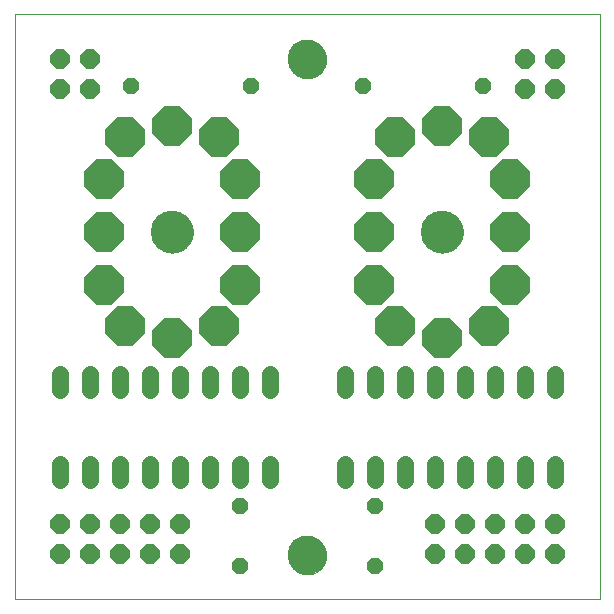
<source format=gbs>
G75*
%MOIN*%
%OFA0B0*%
%FSLAX25Y25*%
%IPPOS*%
%LPD*%
%AMOC8*
5,1,8,0,0,1.08239X$1,22.5*
%
%ADD10C,0.00000*%
%ADD11C,0.12998*%
%ADD12OC8,0.13061*%
%ADD13C,0.14180*%
%ADD14OC8,0.05600*%
%ADD15C,0.05600*%
%ADD16OC8,0.06400*%
D10*
X0001800Y0001800D02*
X0001800Y0196800D01*
X0196800Y0196800D01*
X0196800Y0001800D01*
X0001800Y0001800D01*
X0093001Y0016446D02*
X0093003Y0016604D01*
X0093009Y0016762D01*
X0093019Y0016920D01*
X0093033Y0017078D01*
X0093051Y0017235D01*
X0093072Y0017392D01*
X0093098Y0017548D01*
X0093128Y0017704D01*
X0093161Y0017859D01*
X0093199Y0018012D01*
X0093240Y0018165D01*
X0093285Y0018317D01*
X0093334Y0018468D01*
X0093387Y0018617D01*
X0093443Y0018765D01*
X0093503Y0018911D01*
X0093567Y0019056D01*
X0093635Y0019199D01*
X0093706Y0019341D01*
X0093780Y0019481D01*
X0093858Y0019618D01*
X0093940Y0019754D01*
X0094024Y0019888D01*
X0094113Y0020019D01*
X0094204Y0020148D01*
X0094299Y0020275D01*
X0094396Y0020400D01*
X0094497Y0020522D01*
X0094601Y0020641D01*
X0094708Y0020758D01*
X0094818Y0020872D01*
X0094931Y0020983D01*
X0095046Y0021092D01*
X0095164Y0021197D01*
X0095285Y0021299D01*
X0095408Y0021399D01*
X0095534Y0021495D01*
X0095662Y0021588D01*
X0095792Y0021678D01*
X0095925Y0021764D01*
X0096060Y0021848D01*
X0096196Y0021927D01*
X0096335Y0022004D01*
X0096476Y0022076D01*
X0096618Y0022146D01*
X0096762Y0022211D01*
X0096908Y0022273D01*
X0097055Y0022331D01*
X0097204Y0022386D01*
X0097354Y0022437D01*
X0097505Y0022484D01*
X0097657Y0022527D01*
X0097810Y0022566D01*
X0097965Y0022602D01*
X0098120Y0022633D01*
X0098276Y0022661D01*
X0098432Y0022685D01*
X0098589Y0022705D01*
X0098747Y0022721D01*
X0098904Y0022733D01*
X0099063Y0022741D01*
X0099221Y0022745D01*
X0099379Y0022745D01*
X0099537Y0022741D01*
X0099696Y0022733D01*
X0099853Y0022721D01*
X0100011Y0022705D01*
X0100168Y0022685D01*
X0100324Y0022661D01*
X0100480Y0022633D01*
X0100635Y0022602D01*
X0100790Y0022566D01*
X0100943Y0022527D01*
X0101095Y0022484D01*
X0101246Y0022437D01*
X0101396Y0022386D01*
X0101545Y0022331D01*
X0101692Y0022273D01*
X0101838Y0022211D01*
X0101982Y0022146D01*
X0102124Y0022076D01*
X0102265Y0022004D01*
X0102404Y0021927D01*
X0102540Y0021848D01*
X0102675Y0021764D01*
X0102808Y0021678D01*
X0102938Y0021588D01*
X0103066Y0021495D01*
X0103192Y0021399D01*
X0103315Y0021299D01*
X0103436Y0021197D01*
X0103554Y0021092D01*
X0103669Y0020983D01*
X0103782Y0020872D01*
X0103892Y0020758D01*
X0103999Y0020641D01*
X0104103Y0020522D01*
X0104204Y0020400D01*
X0104301Y0020275D01*
X0104396Y0020148D01*
X0104487Y0020019D01*
X0104576Y0019888D01*
X0104660Y0019754D01*
X0104742Y0019618D01*
X0104820Y0019481D01*
X0104894Y0019341D01*
X0104965Y0019199D01*
X0105033Y0019056D01*
X0105097Y0018911D01*
X0105157Y0018765D01*
X0105213Y0018617D01*
X0105266Y0018468D01*
X0105315Y0018317D01*
X0105360Y0018165D01*
X0105401Y0018012D01*
X0105439Y0017859D01*
X0105472Y0017704D01*
X0105502Y0017548D01*
X0105528Y0017392D01*
X0105549Y0017235D01*
X0105567Y0017078D01*
X0105581Y0016920D01*
X0105591Y0016762D01*
X0105597Y0016604D01*
X0105599Y0016446D01*
X0105597Y0016288D01*
X0105591Y0016130D01*
X0105581Y0015972D01*
X0105567Y0015814D01*
X0105549Y0015657D01*
X0105528Y0015500D01*
X0105502Y0015344D01*
X0105472Y0015188D01*
X0105439Y0015033D01*
X0105401Y0014880D01*
X0105360Y0014727D01*
X0105315Y0014575D01*
X0105266Y0014424D01*
X0105213Y0014275D01*
X0105157Y0014127D01*
X0105097Y0013981D01*
X0105033Y0013836D01*
X0104965Y0013693D01*
X0104894Y0013551D01*
X0104820Y0013411D01*
X0104742Y0013274D01*
X0104660Y0013138D01*
X0104576Y0013004D01*
X0104487Y0012873D01*
X0104396Y0012744D01*
X0104301Y0012617D01*
X0104204Y0012492D01*
X0104103Y0012370D01*
X0103999Y0012251D01*
X0103892Y0012134D01*
X0103782Y0012020D01*
X0103669Y0011909D01*
X0103554Y0011800D01*
X0103436Y0011695D01*
X0103315Y0011593D01*
X0103192Y0011493D01*
X0103066Y0011397D01*
X0102938Y0011304D01*
X0102808Y0011214D01*
X0102675Y0011128D01*
X0102540Y0011044D01*
X0102404Y0010965D01*
X0102265Y0010888D01*
X0102124Y0010816D01*
X0101982Y0010746D01*
X0101838Y0010681D01*
X0101692Y0010619D01*
X0101545Y0010561D01*
X0101396Y0010506D01*
X0101246Y0010455D01*
X0101095Y0010408D01*
X0100943Y0010365D01*
X0100790Y0010326D01*
X0100635Y0010290D01*
X0100480Y0010259D01*
X0100324Y0010231D01*
X0100168Y0010207D01*
X0100011Y0010187D01*
X0099853Y0010171D01*
X0099696Y0010159D01*
X0099537Y0010151D01*
X0099379Y0010147D01*
X0099221Y0010147D01*
X0099063Y0010151D01*
X0098904Y0010159D01*
X0098747Y0010171D01*
X0098589Y0010187D01*
X0098432Y0010207D01*
X0098276Y0010231D01*
X0098120Y0010259D01*
X0097965Y0010290D01*
X0097810Y0010326D01*
X0097657Y0010365D01*
X0097505Y0010408D01*
X0097354Y0010455D01*
X0097204Y0010506D01*
X0097055Y0010561D01*
X0096908Y0010619D01*
X0096762Y0010681D01*
X0096618Y0010746D01*
X0096476Y0010816D01*
X0096335Y0010888D01*
X0096196Y0010965D01*
X0096060Y0011044D01*
X0095925Y0011128D01*
X0095792Y0011214D01*
X0095662Y0011304D01*
X0095534Y0011397D01*
X0095408Y0011493D01*
X0095285Y0011593D01*
X0095164Y0011695D01*
X0095046Y0011800D01*
X0094931Y0011909D01*
X0094818Y0012020D01*
X0094708Y0012134D01*
X0094601Y0012251D01*
X0094497Y0012370D01*
X0094396Y0012492D01*
X0094299Y0012617D01*
X0094204Y0012744D01*
X0094113Y0012873D01*
X0094024Y0013004D01*
X0093940Y0013138D01*
X0093858Y0013274D01*
X0093780Y0013411D01*
X0093706Y0013551D01*
X0093635Y0013693D01*
X0093567Y0013836D01*
X0093503Y0013981D01*
X0093443Y0014127D01*
X0093387Y0014275D01*
X0093334Y0014424D01*
X0093285Y0014575D01*
X0093240Y0014727D01*
X0093199Y0014880D01*
X0093161Y0015033D01*
X0093128Y0015188D01*
X0093098Y0015344D01*
X0093072Y0015500D01*
X0093051Y0015657D01*
X0093033Y0015814D01*
X0093019Y0015972D01*
X0093009Y0016130D01*
X0093003Y0016288D01*
X0093001Y0016446D01*
X0047410Y0124300D02*
X0047412Y0124469D01*
X0047418Y0124638D01*
X0047429Y0124807D01*
X0047443Y0124975D01*
X0047462Y0125143D01*
X0047485Y0125311D01*
X0047511Y0125478D01*
X0047542Y0125644D01*
X0047577Y0125810D01*
X0047616Y0125974D01*
X0047660Y0126138D01*
X0047707Y0126300D01*
X0047758Y0126461D01*
X0047813Y0126621D01*
X0047872Y0126780D01*
X0047934Y0126937D01*
X0048001Y0127092D01*
X0048072Y0127246D01*
X0048146Y0127398D01*
X0048224Y0127548D01*
X0048305Y0127696D01*
X0048390Y0127842D01*
X0048479Y0127986D01*
X0048571Y0128128D01*
X0048667Y0128267D01*
X0048766Y0128404D01*
X0048868Y0128539D01*
X0048974Y0128671D01*
X0049083Y0128800D01*
X0049195Y0128927D01*
X0049310Y0129051D01*
X0049428Y0129172D01*
X0049549Y0129290D01*
X0049673Y0129405D01*
X0049800Y0129517D01*
X0049929Y0129626D01*
X0050061Y0129732D01*
X0050196Y0129834D01*
X0050333Y0129933D01*
X0050472Y0130029D01*
X0050614Y0130121D01*
X0050758Y0130210D01*
X0050904Y0130295D01*
X0051052Y0130376D01*
X0051202Y0130454D01*
X0051354Y0130528D01*
X0051508Y0130599D01*
X0051663Y0130666D01*
X0051820Y0130728D01*
X0051979Y0130787D01*
X0052139Y0130842D01*
X0052300Y0130893D01*
X0052462Y0130940D01*
X0052626Y0130984D01*
X0052790Y0131023D01*
X0052956Y0131058D01*
X0053122Y0131089D01*
X0053289Y0131115D01*
X0053457Y0131138D01*
X0053625Y0131157D01*
X0053793Y0131171D01*
X0053962Y0131182D01*
X0054131Y0131188D01*
X0054300Y0131190D01*
X0054469Y0131188D01*
X0054638Y0131182D01*
X0054807Y0131171D01*
X0054975Y0131157D01*
X0055143Y0131138D01*
X0055311Y0131115D01*
X0055478Y0131089D01*
X0055644Y0131058D01*
X0055810Y0131023D01*
X0055974Y0130984D01*
X0056138Y0130940D01*
X0056300Y0130893D01*
X0056461Y0130842D01*
X0056621Y0130787D01*
X0056780Y0130728D01*
X0056937Y0130666D01*
X0057092Y0130599D01*
X0057246Y0130528D01*
X0057398Y0130454D01*
X0057548Y0130376D01*
X0057696Y0130295D01*
X0057842Y0130210D01*
X0057986Y0130121D01*
X0058128Y0130029D01*
X0058267Y0129933D01*
X0058404Y0129834D01*
X0058539Y0129732D01*
X0058671Y0129626D01*
X0058800Y0129517D01*
X0058927Y0129405D01*
X0059051Y0129290D01*
X0059172Y0129172D01*
X0059290Y0129051D01*
X0059405Y0128927D01*
X0059517Y0128800D01*
X0059626Y0128671D01*
X0059732Y0128539D01*
X0059834Y0128404D01*
X0059933Y0128267D01*
X0060029Y0128128D01*
X0060121Y0127986D01*
X0060210Y0127842D01*
X0060295Y0127696D01*
X0060376Y0127548D01*
X0060454Y0127398D01*
X0060528Y0127246D01*
X0060599Y0127092D01*
X0060666Y0126937D01*
X0060728Y0126780D01*
X0060787Y0126621D01*
X0060842Y0126461D01*
X0060893Y0126300D01*
X0060940Y0126138D01*
X0060984Y0125974D01*
X0061023Y0125810D01*
X0061058Y0125644D01*
X0061089Y0125478D01*
X0061115Y0125311D01*
X0061138Y0125143D01*
X0061157Y0124975D01*
X0061171Y0124807D01*
X0061182Y0124638D01*
X0061188Y0124469D01*
X0061190Y0124300D01*
X0061188Y0124131D01*
X0061182Y0123962D01*
X0061171Y0123793D01*
X0061157Y0123625D01*
X0061138Y0123457D01*
X0061115Y0123289D01*
X0061089Y0123122D01*
X0061058Y0122956D01*
X0061023Y0122790D01*
X0060984Y0122626D01*
X0060940Y0122462D01*
X0060893Y0122300D01*
X0060842Y0122139D01*
X0060787Y0121979D01*
X0060728Y0121820D01*
X0060666Y0121663D01*
X0060599Y0121508D01*
X0060528Y0121354D01*
X0060454Y0121202D01*
X0060376Y0121052D01*
X0060295Y0120904D01*
X0060210Y0120758D01*
X0060121Y0120614D01*
X0060029Y0120472D01*
X0059933Y0120333D01*
X0059834Y0120196D01*
X0059732Y0120061D01*
X0059626Y0119929D01*
X0059517Y0119800D01*
X0059405Y0119673D01*
X0059290Y0119549D01*
X0059172Y0119428D01*
X0059051Y0119310D01*
X0058927Y0119195D01*
X0058800Y0119083D01*
X0058671Y0118974D01*
X0058539Y0118868D01*
X0058404Y0118766D01*
X0058267Y0118667D01*
X0058128Y0118571D01*
X0057986Y0118479D01*
X0057842Y0118390D01*
X0057696Y0118305D01*
X0057548Y0118224D01*
X0057398Y0118146D01*
X0057246Y0118072D01*
X0057092Y0118001D01*
X0056937Y0117934D01*
X0056780Y0117872D01*
X0056621Y0117813D01*
X0056461Y0117758D01*
X0056300Y0117707D01*
X0056138Y0117660D01*
X0055974Y0117616D01*
X0055810Y0117577D01*
X0055644Y0117542D01*
X0055478Y0117511D01*
X0055311Y0117485D01*
X0055143Y0117462D01*
X0054975Y0117443D01*
X0054807Y0117429D01*
X0054638Y0117418D01*
X0054469Y0117412D01*
X0054300Y0117410D01*
X0054131Y0117412D01*
X0053962Y0117418D01*
X0053793Y0117429D01*
X0053625Y0117443D01*
X0053457Y0117462D01*
X0053289Y0117485D01*
X0053122Y0117511D01*
X0052956Y0117542D01*
X0052790Y0117577D01*
X0052626Y0117616D01*
X0052462Y0117660D01*
X0052300Y0117707D01*
X0052139Y0117758D01*
X0051979Y0117813D01*
X0051820Y0117872D01*
X0051663Y0117934D01*
X0051508Y0118001D01*
X0051354Y0118072D01*
X0051202Y0118146D01*
X0051052Y0118224D01*
X0050904Y0118305D01*
X0050758Y0118390D01*
X0050614Y0118479D01*
X0050472Y0118571D01*
X0050333Y0118667D01*
X0050196Y0118766D01*
X0050061Y0118868D01*
X0049929Y0118974D01*
X0049800Y0119083D01*
X0049673Y0119195D01*
X0049549Y0119310D01*
X0049428Y0119428D01*
X0049310Y0119549D01*
X0049195Y0119673D01*
X0049083Y0119800D01*
X0048974Y0119929D01*
X0048868Y0120061D01*
X0048766Y0120196D01*
X0048667Y0120333D01*
X0048571Y0120472D01*
X0048479Y0120614D01*
X0048390Y0120758D01*
X0048305Y0120904D01*
X0048224Y0121052D01*
X0048146Y0121202D01*
X0048072Y0121354D01*
X0048001Y0121508D01*
X0047934Y0121663D01*
X0047872Y0121820D01*
X0047813Y0121979D01*
X0047758Y0122139D01*
X0047707Y0122300D01*
X0047660Y0122462D01*
X0047616Y0122626D01*
X0047577Y0122790D01*
X0047542Y0122956D01*
X0047511Y0123122D01*
X0047485Y0123289D01*
X0047462Y0123457D01*
X0047443Y0123625D01*
X0047429Y0123793D01*
X0047418Y0123962D01*
X0047412Y0124131D01*
X0047410Y0124300D01*
X0093001Y0181800D02*
X0093003Y0181958D01*
X0093009Y0182116D01*
X0093019Y0182274D01*
X0093033Y0182432D01*
X0093051Y0182589D01*
X0093072Y0182746D01*
X0093098Y0182902D01*
X0093128Y0183058D01*
X0093161Y0183213D01*
X0093199Y0183366D01*
X0093240Y0183519D01*
X0093285Y0183671D01*
X0093334Y0183822D01*
X0093387Y0183971D01*
X0093443Y0184119D01*
X0093503Y0184265D01*
X0093567Y0184410D01*
X0093635Y0184553D01*
X0093706Y0184695D01*
X0093780Y0184835D01*
X0093858Y0184972D01*
X0093940Y0185108D01*
X0094024Y0185242D01*
X0094113Y0185373D01*
X0094204Y0185502D01*
X0094299Y0185629D01*
X0094396Y0185754D01*
X0094497Y0185876D01*
X0094601Y0185995D01*
X0094708Y0186112D01*
X0094818Y0186226D01*
X0094931Y0186337D01*
X0095046Y0186446D01*
X0095164Y0186551D01*
X0095285Y0186653D01*
X0095408Y0186753D01*
X0095534Y0186849D01*
X0095662Y0186942D01*
X0095792Y0187032D01*
X0095925Y0187118D01*
X0096060Y0187202D01*
X0096196Y0187281D01*
X0096335Y0187358D01*
X0096476Y0187430D01*
X0096618Y0187500D01*
X0096762Y0187565D01*
X0096908Y0187627D01*
X0097055Y0187685D01*
X0097204Y0187740D01*
X0097354Y0187791D01*
X0097505Y0187838D01*
X0097657Y0187881D01*
X0097810Y0187920D01*
X0097965Y0187956D01*
X0098120Y0187987D01*
X0098276Y0188015D01*
X0098432Y0188039D01*
X0098589Y0188059D01*
X0098747Y0188075D01*
X0098904Y0188087D01*
X0099063Y0188095D01*
X0099221Y0188099D01*
X0099379Y0188099D01*
X0099537Y0188095D01*
X0099696Y0188087D01*
X0099853Y0188075D01*
X0100011Y0188059D01*
X0100168Y0188039D01*
X0100324Y0188015D01*
X0100480Y0187987D01*
X0100635Y0187956D01*
X0100790Y0187920D01*
X0100943Y0187881D01*
X0101095Y0187838D01*
X0101246Y0187791D01*
X0101396Y0187740D01*
X0101545Y0187685D01*
X0101692Y0187627D01*
X0101838Y0187565D01*
X0101982Y0187500D01*
X0102124Y0187430D01*
X0102265Y0187358D01*
X0102404Y0187281D01*
X0102540Y0187202D01*
X0102675Y0187118D01*
X0102808Y0187032D01*
X0102938Y0186942D01*
X0103066Y0186849D01*
X0103192Y0186753D01*
X0103315Y0186653D01*
X0103436Y0186551D01*
X0103554Y0186446D01*
X0103669Y0186337D01*
X0103782Y0186226D01*
X0103892Y0186112D01*
X0103999Y0185995D01*
X0104103Y0185876D01*
X0104204Y0185754D01*
X0104301Y0185629D01*
X0104396Y0185502D01*
X0104487Y0185373D01*
X0104576Y0185242D01*
X0104660Y0185108D01*
X0104742Y0184972D01*
X0104820Y0184835D01*
X0104894Y0184695D01*
X0104965Y0184553D01*
X0105033Y0184410D01*
X0105097Y0184265D01*
X0105157Y0184119D01*
X0105213Y0183971D01*
X0105266Y0183822D01*
X0105315Y0183671D01*
X0105360Y0183519D01*
X0105401Y0183366D01*
X0105439Y0183213D01*
X0105472Y0183058D01*
X0105502Y0182902D01*
X0105528Y0182746D01*
X0105549Y0182589D01*
X0105567Y0182432D01*
X0105581Y0182274D01*
X0105591Y0182116D01*
X0105597Y0181958D01*
X0105599Y0181800D01*
X0105597Y0181642D01*
X0105591Y0181484D01*
X0105581Y0181326D01*
X0105567Y0181168D01*
X0105549Y0181011D01*
X0105528Y0180854D01*
X0105502Y0180698D01*
X0105472Y0180542D01*
X0105439Y0180387D01*
X0105401Y0180234D01*
X0105360Y0180081D01*
X0105315Y0179929D01*
X0105266Y0179778D01*
X0105213Y0179629D01*
X0105157Y0179481D01*
X0105097Y0179335D01*
X0105033Y0179190D01*
X0104965Y0179047D01*
X0104894Y0178905D01*
X0104820Y0178765D01*
X0104742Y0178628D01*
X0104660Y0178492D01*
X0104576Y0178358D01*
X0104487Y0178227D01*
X0104396Y0178098D01*
X0104301Y0177971D01*
X0104204Y0177846D01*
X0104103Y0177724D01*
X0103999Y0177605D01*
X0103892Y0177488D01*
X0103782Y0177374D01*
X0103669Y0177263D01*
X0103554Y0177154D01*
X0103436Y0177049D01*
X0103315Y0176947D01*
X0103192Y0176847D01*
X0103066Y0176751D01*
X0102938Y0176658D01*
X0102808Y0176568D01*
X0102675Y0176482D01*
X0102540Y0176398D01*
X0102404Y0176319D01*
X0102265Y0176242D01*
X0102124Y0176170D01*
X0101982Y0176100D01*
X0101838Y0176035D01*
X0101692Y0175973D01*
X0101545Y0175915D01*
X0101396Y0175860D01*
X0101246Y0175809D01*
X0101095Y0175762D01*
X0100943Y0175719D01*
X0100790Y0175680D01*
X0100635Y0175644D01*
X0100480Y0175613D01*
X0100324Y0175585D01*
X0100168Y0175561D01*
X0100011Y0175541D01*
X0099853Y0175525D01*
X0099696Y0175513D01*
X0099537Y0175505D01*
X0099379Y0175501D01*
X0099221Y0175501D01*
X0099063Y0175505D01*
X0098904Y0175513D01*
X0098747Y0175525D01*
X0098589Y0175541D01*
X0098432Y0175561D01*
X0098276Y0175585D01*
X0098120Y0175613D01*
X0097965Y0175644D01*
X0097810Y0175680D01*
X0097657Y0175719D01*
X0097505Y0175762D01*
X0097354Y0175809D01*
X0097204Y0175860D01*
X0097055Y0175915D01*
X0096908Y0175973D01*
X0096762Y0176035D01*
X0096618Y0176100D01*
X0096476Y0176170D01*
X0096335Y0176242D01*
X0096196Y0176319D01*
X0096060Y0176398D01*
X0095925Y0176482D01*
X0095792Y0176568D01*
X0095662Y0176658D01*
X0095534Y0176751D01*
X0095408Y0176847D01*
X0095285Y0176947D01*
X0095164Y0177049D01*
X0095046Y0177154D01*
X0094931Y0177263D01*
X0094818Y0177374D01*
X0094708Y0177488D01*
X0094601Y0177605D01*
X0094497Y0177724D01*
X0094396Y0177846D01*
X0094299Y0177971D01*
X0094204Y0178098D01*
X0094113Y0178227D01*
X0094024Y0178358D01*
X0093940Y0178492D01*
X0093858Y0178628D01*
X0093780Y0178765D01*
X0093706Y0178905D01*
X0093635Y0179047D01*
X0093567Y0179190D01*
X0093503Y0179335D01*
X0093443Y0179481D01*
X0093387Y0179629D01*
X0093334Y0179778D01*
X0093285Y0179929D01*
X0093240Y0180081D01*
X0093199Y0180234D01*
X0093161Y0180387D01*
X0093128Y0180542D01*
X0093098Y0180698D01*
X0093072Y0180854D01*
X0093051Y0181011D01*
X0093033Y0181168D01*
X0093019Y0181326D01*
X0093009Y0181484D01*
X0093003Y0181642D01*
X0093001Y0181800D01*
X0137410Y0124300D02*
X0137412Y0124469D01*
X0137418Y0124638D01*
X0137429Y0124807D01*
X0137443Y0124975D01*
X0137462Y0125143D01*
X0137485Y0125311D01*
X0137511Y0125478D01*
X0137542Y0125644D01*
X0137577Y0125810D01*
X0137616Y0125974D01*
X0137660Y0126138D01*
X0137707Y0126300D01*
X0137758Y0126461D01*
X0137813Y0126621D01*
X0137872Y0126780D01*
X0137934Y0126937D01*
X0138001Y0127092D01*
X0138072Y0127246D01*
X0138146Y0127398D01*
X0138224Y0127548D01*
X0138305Y0127696D01*
X0138390Y0127842D01*
X0138479Y0127986D01*
X0138571Y0128128D01*
X0138667Y0128267D01*
X0138766Y0128404D01*
X0138868Y0128539D01*
X0138974Y0128671D01*
X0139083Y0128800D01*
X0139195Y0128927D01*
X0139310Y0129051D01*
X0139428Y0129172D01*
X0139549Y0129290D01*
X0139673Y0129405D01*
X0139800Y0129517D01*
X0139929Y0129626D01*
X0140061Y0129732D01*
X0140196Y0129834D01*
X0140333Y0129933D01*
X0140472Y0130029D01*
X0140614Y0130121D01*
X0140758Y0130210D01*
X0140904Y0130295D01*
X0141052Y0130376D01*
X0141202Y0130454D01*
X0141354Y0130528D01*
X0141508Y0130599D01*
X0141663Y0130666D01*
X0141820Y0130728D01*
X0141979Y0130787D01*
X0142139Y0130842D01*
X0142300Y0130893D01*
X0142462Y0130940D01*
X0142626Y0130984D01*
X0142790Y0131023D01*
X0142956Y0131058D01*
X0143122Y0131089D01*
X0143289Y0131115D01*
X0143457Y0131138D01*
X0143625Y0131157D01*
X0143793Y0131171D01*
X0143962Y0131182D01*
X0144131Y0131188D01*
X0144300Y0131190D01*
X0144469Y0131188D01*
X0144638Y0131182D01*
X0144807Y0131171D01*
X0144975Y0131157D01*
X0145143Y0131138D01*
X0145311Y0131115D01*
X0145478Y0131089D01*
X0145644Y0131058D01*
X0145810Y0131023D01*
X0145974Y0130984D01*
X0146138Y0130940D01*
X0146300Y0130893D01*
X0146461Y0130842D01*
X0146621Y0130787D01*
X0146780Y0130728D01*
X0146937Y0130666D01*
X0147092Y0130599D01*
X0147246Y0130528D01*
X0147398Y0130454D01*
X0147548Y0130376D01*
X0147696Y0130295D01*
X0147842Y0130210D01*
X0147986Y0130121D01*
X0148128Y0130029D01*
X0148267Y0129933D01*
X0148404Y0129834D01*
X0148539Y0129732D01*
X0148671Y0129626D01*
X0148800Y0129517D01*
X0148927Y0129405D01*
X0149051Y0129290D01*
X0149172Y0129172D01*
X0149290Y0129051D01*
X0149405Y0128927D01*
X0149517Y0128800D01*
X0149626Y0128671D01*
X0149732Y0128539D01*
X0149834Y0128404D01*
X0149933Y0128267D01*
X0150029Y0128128D01*
X0150121Y0127986D01*
X0150210Y0127842D01*
X0150295Y0127696D01*
X0150376Y0127548D01*
X0150454Y0127398D01*
X0150528Y0127246D01*
X0150599Y0127092D01*
X0150666Y0126937D01*
X0150728Y0126780D01*
X0150787Y0126621D01*
X0150842Y0126461D01*
X0150893Y0126300D01*
X0150940Y0126138D01*
X0150984Y0125974D01*
X0151023Y0125810D01*
X0151058Y0125644D01*
X0151089Y0125478D01*
X0151115Y0125311D01*
X0151138Y0125143D01*
X0151157Y0124975D01*
X0151171Y0124807D01*
X0151182Y0124638D01*
X0151188Y0124469D01*
X0151190Y0124300D01*
X0151188Y0124131D01*
X0151182Y0123962D01*
X0151171Y0123793D01*
X0151157Y0123625D01*
X0151138Y0123457D01*
X0151115Y0123289D01*
X0151089Y0123122D01*
X0151058Y0122956D01*
X0151023Y0122790D01*
X0150984Y0122626D01*
X0150940Y0122462D01*
X0150893Y0122300D01*
X0150842Y0122139D01*
X0150787Y0121979D01*
X0150728Y0121820D01*
X0150666Y0121663D01*
X0150599Y0121508D01*
X0150528Y0121354D01*
X0150454Y0121202D01*
X0150376Y0121052D01*
X0150295Y0120904D01*
X0150210Y0120758D01*
X0150121Y0120614D01*
X0150029Y0120472D01*
X0149933Y0120333D01*
X0149834Y0120196D01*
X0149732Y0120061D01*
X0149626Y0119929D01*
X0149517Y0119800D01*
X0149405Y0119673D01*
X0149290Y0119549D01*
X0149172Y0119428D01*
X0149051Y0119310D01*
X0148927Y0119195D01*
X0148800Y0119083D01*
X0148671Y0118974D01*
X0148539Y0118868D01*
X0148404Y0118766D01*
X0148267Y0118667D01*
X0148128Y0118571D01*
X0147986Y0118479D01*
X0147842Y0118390D01*
X0147696Y0118305D01*
X0147548Y0118224D01*
X0147398Y0118146D01*
X0147246Y0118072D01*
X0147092Y0118001D01*
X0146937Y0117934D01*
X0146780Y0117872D01*
X0146621Y0117813D01*
X0146461Y0117758D01*
X0146300Y0117707D01*
X0146138Y0117660D01*
X0145974Y0117616D01*
X0145810Y0117577D01*
X0145644Y0117542D01*
X0145478Y0117511D01*
X0145311Y0117485D01*
X0145143Y0117462D01*
X0144975Y0117443D01*
X0144807Y0117429D01*
X0144638Y0117418D01*
X0144469Y0117412D01*
X0144300Y0117410D01*
X0144131Y0117412D01*
X0143962Y0117418D01*
X0143793Y0117429D01*
X0143625Y0117443D01*
X0143457Y0117462D01*
X0143289Y0117485D01*
X0143122Y0117511D01*
X0142956Y0117542D01*
X0142790Y0117577D01*
X0142626Y0117616D01*
X0142462Y0117660D01*
X0142300Y0117707D01*
X0142139Y0117758D01*
X0141979Y0117813D01*
X0141820Y0117872D01*
X0141663Y0117934D01*
X0141508Y0118001D01*
X0141354Y0118072D01*
X0141202Y0118146D01*
X0141052Y0118224D01*
X0140904Y0118305D01*
X0140758Y0118390D01*
X0140614Y0118479D01*
X0140472Y0118571D01*
X0140333Y0118667D01*
X0140196Y0118766D01*
X0140061Y0118868D01*
X0139929Y0118974D01*
X0139800Y0119083D01*
X0139673Y0119195D01*
X0139549Y0119310D01*
X0139428Y0119428D01*
X0139310Y0119549D01*
X0139195Y0119673D01*
X0139083Y0119800D01*
X0138974Y0119929D01*
X0138868Y0120061D01*
X0138766Y0120196D01*
X0138667Y0120333D01*
X0138571Y0120472D01*
X0138479Y0120614D01*
X0138390Y0120758D01*
X0138305Y0120904D01*
X0138224Y0121052D01*
X0138146Y0121202D01*
X0138072Y0121354D01*
X0138001Y0121508D01*
X0137934Y0121663D01*
X0137872Y0121820D01*
X0137813Y0121979D01*
X0137758Y0122139D01*
X0137707Y0122300D01*
X0137660Y0122462D01*
X0137616Y0122626D01*
X0137577Y0122790D01*
X0137542Y0122956D01*
X0137511Y0123122D01*
X0137485Y0123289D01*
X0137462Y0123457D01*
X0137443Y0123625D01*
X0137429Y0123793D01*
X0137418Y0123962D01*
X0137412Y0124131D01*
X0137410Y0124300D01*
D11*
X0099300Y0181800D03*
X0099300Y0016446D03*
D12*
X0054300Y0088867D03*
X0038552Y0092804D03*
X0031662Y0106583D03*
X0031662Y0124300D03*
X0031662Y0142017D03*
X0038552Y0155796D03*
X0054300Y0159733D03*
X0070048Y0155796D03*
X0076938Y0142017D03*
X0076938Y0124300D03*
X0076938Y0106583D03*
X0070048Y0092804D03*
X0121662Y0106583D03*
X0128552Y0092804D03*
X0144300Y0088867D03*
X0160048Y0092804D03*
X0166938Y0106583D03*
X0166938Y0124300D03*
X0166938Y0142017D03*
X0160048Y0155796D03*
X0144300Y0159733D03*
X0128552Y0155796D03*
X0121662Y0142017D03*
X0121662Y0124300D03*
D13*
X0144300Y0124300D03*
X0054300Y0124300D03*
D14*
X0040550Y0172800D03*
X0080550Y0172800D03*
X0118050Y0172800D03*
X0158050Y0172800D03*
X0121800Y0033050D03*
X0121800Y0013050D03*
X0076800Y0013050D03*
X0076800Y0033050D03*
D15*
X0076800Y0041700D02*
X0076800Y0046900D01*
X0066800Y0046900D02*
X0066800Y0041700D01*
X0056800Y0041700D02*
X0056800Y0046900D01*
X0046800Y0046900D02*
X0046800Y0041700D01*
X0036800Y0041700D02*
X0036800Y0046900D01*
X0026800Y0046900D02*
X0026800Y0041700D01*
X0016800Y0041700D02*
X0016800Y0046900D01*
X0016800Y0071700D02*
X0016800Y0076900D01*
X0026800Y0076900D02*
X0026800Y0071700D01*
X0036800Y0071700D02*
X0036800Y0076900D01*
X0046800Y0076900D02*
X0046800Y0071700D01*
X0056800Y0071700D02*
X0056800Y0076900D01*
X0066800Y0076900D02*
X0066800Y0071700D01*
X0076800Y0071700D02*
X0076800Y0076900D01*
X0086800Y0076900D02*
X0086800Y0071700D01*
X0086800Y0046900D02*
X0086800Y0041700D01*
X0111800Y0041700D02*
X0111800Y0046900D01*
X0121800Y0046900D02*
X0121800Y0041700D01*
X0131800Y0041700D02*
X0131800Y0046900D01*
X0141800Y0046900D02*
X0141800Y0041700D01*
X0151800Y0041700D02*
X0151800Y0046900D01*
X0161800Y0046900D02*
X0161800Y0041700D01*
X0171800Y0041700D02*
X0171800Y0046900D01*
X0181800Y0046900D02*
X0181800Y0041700D01*
X0181800Y0071700D02*
X0181800Y0076900D01*
X0171800Y0076900D02*
X0171800Y0071700D01*
X0161800Y0071700D02*
X0161800Y0076900D01*
X0151800Y0076900D02*
X0151800Y0071700D01*
X0141800Y0071700D02*
X0141800Y0076900D01*
X0131800Y0076900D02*
X0131800Y0071700D01*
X0121800Y0071700D02*
X0121800Y0076900D01*
X0111800Y0076900D02*
X0111800Y0071700D01*
D16*
X0141800Y0026800D03*
X0141800Y0016800D03*
X0151800Y0016800D03*
X0151800Y0026800D03*
X0161800Y0026800D03*
X0161800Y0016800D03*
X0171800Y0016800D03*
X0171800Y0026800D03*
X0181800Y0026800D03*
X0181800Y0016800D03*
X0056800Y0016800D03*
X0056800Y0026800D03*
X0046800Y0026800D03*
X0046800Y0016800D03*
X0036800Y0016800D03*
X0036800Y0026800D03*
X0026800Y0026800D03*
X0026800Y0016800D03*
X0016800Y0016800D03*
X0016800Y0026800D03*
X0016800Y0171800D03*
X0016800Y0181800D03*
X0026800Y0181800D03*
X0026800Y0171800D03*
X0171800Y0171800D03*
X0171800Y0181800D03*
X0181800Y0181800D03*
X0181800Y0171800D03*
M02*

</source>
